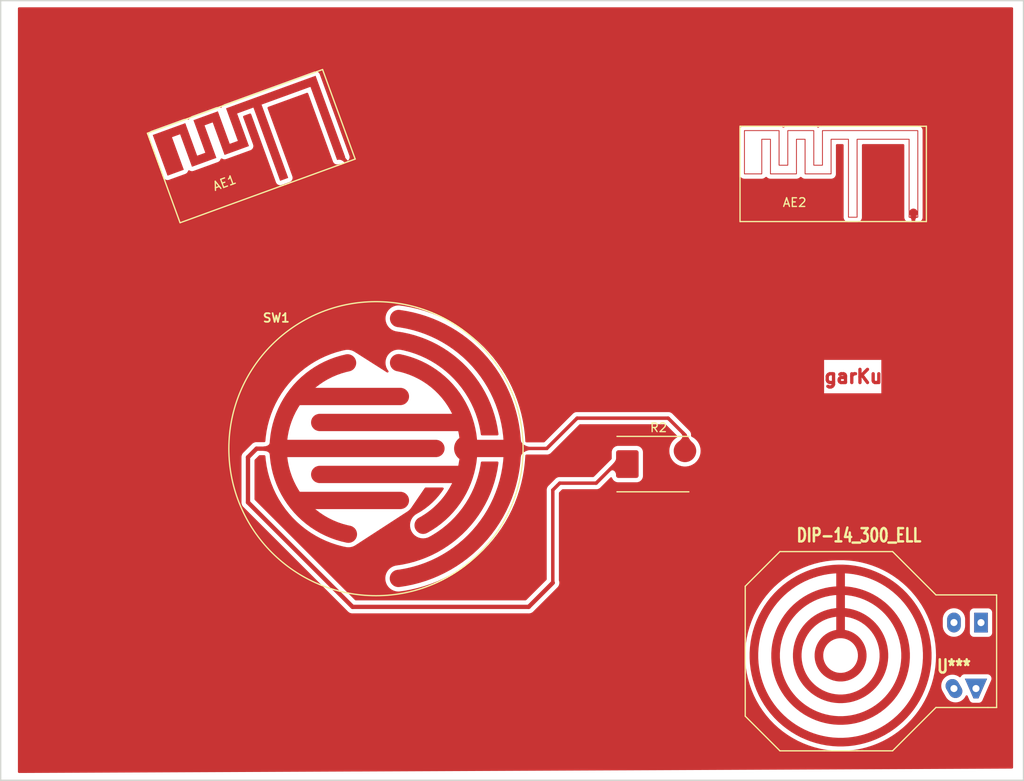
<source format=kicad_pcb>
(kicad_pcb (version 20241229) (generator "pcbnew") (generator_version "9.0")
  (title_block (comment 1 "Keep high-current traces short") (comment 2 "Confirm board outline fits enclosure") (comment 3 "Add fiducial markers for board orientation."))
  (layers (0 "F.Cu" signal) (2 "B.Cu" signal) (13 "F.Paste" user) (15 "B.Paste" user) (5 "F.SilkS" user "F.Silkscreen") (7 "B.SilkS" user "B.Silkscreen") (1 "F.Mask" user) (3 "B.Mask" user) (25 "Edge.Cuts" user))
  (net 0 "")
  (net 1 "/PAD2")
  (net 2 "/PAD1")
  (net 3 "GND")
  (footprint "custom_pads_test:DO-214AB" (layer "F.Cu") (at 136.9 101.5)
    (property "Reference" "R2" (at 0 -4.2 0) (layer "F.SilkS"))
    (property "Value" "R")
    (fp_line (start -4.8 -3.2) (end 3.5 -3.2) (stroke (width 0.15)) (layer "F.SilkS"))
    (fp_line (start 3.5 3.2) (end -4.8 3.2) (stroke (width 0.15)) (layer "F.SilkS"))
    (pad "1" smd roundrect (at -3.6 0) (size 2.6 3.2) (layers "F.Cu" "F.Mask" "F.Paste") (roundrect_rratio 0.1) (net 2 "/PAD1"))
    (pad "2" smd circle (at 3.048 -1.524) (size 2.6 2.6) (layers "F.Cu" "F.Mask" "F.Paste") (net 1 "/PAD2"))
  )
  (footprint "custom_pads_test:1pin" (layer "F.Cu") (at 166.3 72.5)
    (property "Reference" "AE2" (at -13.7 -1.2 0) (layer "F.SilkS"))
    (property "Value" "Antenna")
    (fp_line (start -20 -10) (end 1.5 -10) (stroke (width 0.15)) (layer "F.SilkS"))
    (fp_line (start -20 1) (end -20 -10) (stroke (width 0.15)) (layer "F.SilkS"))
    (fp_line (start 1.5 -10) (end 1.5 1) (stroke (width 0.15)) (layer "F.SilkS"))
    (fp_line (start 1.5 1) (end -20 1) (stroke (width 0.15)) (layer "F.SilkS"))
    (pad "1" smd custom (at 0 0) (size 1 1) (layers "F.Cu" "F.Mask" "F.Paste") (net 3 "GND") (options (clearance outline) (anchor circle)) (primitives (gr_line (start -0.4928 -8.5) (end -0.4928 0.5) (width 0.1)) (gr_line (start -6.4928 -8.5) (end -0.4928 -8.5) (width 0.1)) (gr_line (start -6.4928 0.5) (end -6.4928 -8.5) (width 0.1)) (gr_line (start -7.4928 0.5) (end -6.4928 0.5) (width 0.1)) (gr_line (start -7.4928 -8.5) (end -7.4928 0.5) (width 0.1)) (gr_line (start -9.4928 -8.5) (end -7.4928 -8.5) (width 0.1)) (gr_line (start -9.4928 -4.5) (end -9.4928 -8.5) (width 0.1)) (gr_line (start -12.4928 -4.5) (end -9.4928 -4.5) (width 0.1)) (gr_line (start -12.4928 -8.5) (end -12.4928 -4.5) (width 0.1)) (gr_line (start -13.4928 -8.5) (end -12.4928 -8.5) (width 0.1)) (gr_line (start -13.4928 -4.5) (end -13.4928 -8.5) (width 0.1)) (gr_line (start -16.4928 -4.5) (end -13.4928 -4.5) (width 0.1)) (gr_line (start -16.4928 -8.5) (end -16.4928 -4.5) (width 0.1)) (gr_line (start -17.4928 -8.5) (end -16.4928 -8.5) (width 0.1)) (gr_line (start -17.4928 -4.5) (end -17.4928 -8.5) (width 0.1)) (gr_line (start -19.4928 -4.5) (end -17.4928 -4.5) (width 0.1)) (gr_line (start -19.4928 -9.5) (end -19.4928 -4.5) (width 0.1)) (gr_line (start -15.4928 -9.5) (end -19.4928 -9.5) (width 0.1)) (gr_line (start -15.4928 -5.5) (end -15.4928 -9.5) (width 0.1)) (gr_line (start -14.4928 -5.5) (end -15.4928 -5.5) (width 0.1)) (gr_line (start -14.4928 -9.5) (end -14.4928 -5.5) (width 0.1)) (gr_line (start -11.4928 -9.5) (end -14.4928 -9.5) (width 0.1)) (gr_line (start -11.4928 -5.5) (end -11.4928 -9.5) (width 0.1)) (gr_line (start -10.4928 -5.5) (end -11.4928 -5.5) (width 0.1)) (gr_line (start -10.4928 -9.5) (end -10.4928 -5.5) (width 0.1)) (gr_line (start 0.5072 -9.5) (end -10.4928 -9.5) (width 0.1)) (gr_line (start 0.5072 0.5) (end 0.5072 -9.5) (width 0.1)) (gr_line (start -0.4928 0.5) (end 0.5072 0.5) (width 0.1))))
  )
  (footprint "custom_pads_test:1pin" (layer "F.Cu") (at 100.15 65.86 20)
    (property "Reference" "AE1" (at -13.619 -1.567 20) (layer "F.SilkS"))
    (property "Value" "Antenna")
    (fp_line (start -20 -10) (end 1.499999 -10) (stroke (width 0.15)) (layer "F.SilkS"))
    (fp_line (start -20 1) (end -20 -10) (stroke (width 0.15)) (layer "F.SilkS"))
    (fp_line (start 1.499999 -10) (end 1.5 1) (stroke (width 0.15)) (layer "F.SilkS"))
    (fp_line (start 1.5 1) (end -20 1) (stroke (width 0.15)) (layer "F.SilkS"))
    (pad "1" connect custom (at 0 0 20) (size 1 1) (layers "F.Cu" "F.Mask") (net 3 "GND") (options (clearance outline) (anchor circle)) (primitives (gr_poly (pts (xy -15.5 -5.6) (xy -14.5 -5.6) (xy -14.5 -9.6) (xy -11.5 -9.6) (xy -11.5 -5.6) (xy -10.5 -5.6) (xy -10.5 -9.6) (xy 0.5 -9.6) (xy 0.5 0.4) (xy -0.5 0.4) (xy -0.5 -8.6) (xy -6.5 -8.6) (xy -6.5 0.4) (xy -7.5 0.4) (xy -7.5 -8.6) (xy -9.5 -8.6) (xy -9.5 -4.6) (xy -12.5 -4.6) (xy -12.5 -8.6) (xy -13.5 -8.6) (xy -13.5 -4.6) (xy -16.5 -4.6) (xy -16.5 -8.6) (xy -17.5 -8.6) (xy -17.5 -4.6) (xy -19.5 -4.6) (xy -19.5 -9.6) (xy -15.5 -9.6)) (width 0) (fill yes))))
  )
  (footprint "custom_pads_test:DIP-14__300_ELL" (layer "F.Cu") (at 165.9 123.6 180)
    (property "Reference" "U***" (at -5.08 -1.27 180) (layer "F.SilkS") (effects (font (size 1.524 1.143) (thickness 0.3048))))
    (property "Value" "DIP-14_300_ELL" (at 5.88 13.872 180) (layer "F.SilkS") (effects (font (size 1.524 1.143) (thickness 0.3048))))
    (fp_line (start 19 8) (end 15 12) (stroke (width 0.15)) (layer "F.SilkS"))
    (fp_line (start 19 -7) (end 19 8) (stroke (width 0.15)) (layer "F.SilkS"))
    (fp_line (start 15 12) (end 2 12) (stroke (width 0.15)) (layer "F.SilkS"))
    (fp_line (start 15 -11) (end 19 -7) (stroke (width 0.15)) (layer "F.SilkS"))
    (fp_line (start 2 12) (end -3 7) (stroke (width 0.15)) (layer "F.SilkS"))
    (fp_line (start 2 -11) (end 15 -11) (stroke (width 0.15)) (layer "F.SilkS"))
    (fp_line (start -3 7) (end -10 7) (stroke (width 0.15)) (layer "F.SilkS"))
    (fp_line (start -3 -6) (end 2 -11) (stroke (width 0.15)) (layer "F.SilkS"))
    (fp_line (start -9 -6) (end -3 -6) (stroke (width 0.15)) (layer "F.SilkS"))
    (fp_line (start -10 7) (end -10 -6) (stroke (width 0.15)) (layer "F.SilkS"))
    (fp_line (start -10 -6) (end -9 -6) (stroke (width 0.15)) (layer "F.SilkS"))
    (pad "1" thru_hole rect (at -8.2 3.8 180) (size 1.5748 2.286) (drill 0.8128) (layers "*.Cu" "*.Mask"))
    (pad "2" thru_hole oval (at -5.08 3.81 180) (size 1.5748 2.286) (drill 0.8128) (layers "*.Cu" "*.Mask"))
    (pad "3" thru_hole trapezoid (at -7.62 -3.81 180) (size 1.5748 2.286) (rect_delta 0 1) (drill 0.8128) (layers "*.Cu" "*.Mask"))
    (pad "4" thru_hole oval (at -5.08 -3.81 210) (size 1.5748 2.286) (drill 0.8128) (layers "*.Cu" "*.Mask"))
    (pad "5" connect custom (at 8 10 180) (size 1 1) (layers "F.Cu" "F.Mask") (options (clearance convexhull) (anchor circle)) (primitives (gr_circle (center 0 -10) (end 2.5 -10) (width 1) (fill no)) (gr_circle (center 0 -10) (end 5 -10) (width 1) (fill no)) (gr_circle (center 0 -10) (end 7.5 -10) (width 1) (fill no)) (gr_circle (center 0 -10) (end 10 -10) (width 1) (fill no)) (gr_line (start 0 0) (end 0 -7.5) (width 1))))
  )
  (footprint "custom_pads_test:C2" (layer "F.Cu") (at 104.299 99.72)
    (property "Reference" "SW1" (at -11.5 -15.1 0) (layer "F.SilkS") (effects (font (thickness 0.2))))
    (property "Value" "R" (hide yes))
    (fp_circle (center 0 0) (end 12.065 -11.938) (stroke (width 0.15)) (fill no) (layer "F.SilkS"))
    (pad "1" connect custom (at -11.081 -0.025 90) (size 1.397 1.397) (layers "F.Cu" "F.Mask") (net 2 "/PAD1") (options (clearance convexhull) (anchor rect)) (primitives (gr_line (start 6 1.9) (end 6 13.9) (width 2)) (gr_line (start -6 1.9) (end -6 13.9) (width 2)) (gr_line (start 0 -0.1) (end 0 18) (width 2)) (gr_arc (start -9.9 7.9) (mid -0.049149 -0.19988) (end 9.880067 7.803745) (width 2))))
    (pad "2" connect custom (at 10.509 -0.025 270) (size 3 3) (layers "F.Cu" "F.Mask") (net 1 "/PAD2") (options (clearance outline) (anchor circle)) (primitives (gr_line (start 3 0.5) (end 3 17) (width 2)) (gr_line (start -3 0.5) (end -3 17) (width 2)) (gr_arc (start -9.9 7.9) (mid -1.506614 -0.086997) (end 8.869415 5.068492) (width 2)) (gr_arc (start -15 7.9) (mid 0.011791 -5.232741) (end 15.003099 7.923378) (width 2)) (gr_line (start 0 0) (end 0 -5) (width 2))))
  )
  (gr_line (start 179 48) (end 179 138) (stroke (width 0.15)) (layer "Edge.Cuts"))
  (gr_line (start 179 138) (end 61 138) (stroke (width 0.15)) (layer "Edge.Cuts"))
  (gr_line (start 61 48) (end 179 48) (stroke (width 0.15)) (layer "Edge.Cuts"))
  (gr_line (start 61 138) (end 61 48) (stroke (width 0.15)) (layer "Edge.Cuts"))
  (gr_text "SugarKube" (at 159.3 91.4 0) (layer "F.Cu") (effects (font (size 1.524 1.524) (thickness 0.381))))
  (segment (start 139.948 98.137523) (end 138.010477 96.2) (width 0.4) (layer "F.Cu") (net 1))
  (segment (start 114.808 99.695) (end 124.005 99.695) (width 0.4) (layer "F.Cu") (net 1))
  (segment (start 138.010477 96.2) (end 127.5 96.2) (width 0.4) (layer "F.Cu") (net 1))
  (segment (start 139.948 99.976) (end 139.948 98.137523) (width 0.4) (layer "F.Cu") (net 1))
  (segment (start 124.005 99.695) (end 127.5 96.2) (width 0.4) (layer "F.Cu") (net 1))
  (segment (start 101.6 117.983) (end 89.535 105.918) (width 0.5) (layer "F.Cu") (net 2))
  (segment (start 129.7 103.7) (end 125.5 103.7) (width 0.4) (layer "F.Cu") (net 2))
  (segment (start 125.5 103.7) (end 124.7 104.5) (width 0.4) (layer "F.Cu") (net 2))
  (segment (start 90.526 99.72) (end 93.799 99.72) (width 0.5) (layer "F.Cu") (net 2))
  (segment (start 121.917 117.983) (end 101.6 117.983) (width 0.5) (layer "F.Cu") (net 2))
  (segment (start 89.535 105.918) (end 89.535 100.711) (width 0.5) (layer "F.Cu") (net 2))
  (segment (start 131.9 101.5) (end 129.7 103.7) (width 0.4) (layer "F.Cu") (net 2))
  (segment (start 89.535 100.711) (end 90.526 99.72) (width 0.5) (layer "F.Cu") (net 2))
  (segment (start 133.3 101.5) (end 131.9 101.5) (width 0.4) (layer "F.Cu") (net 2))
  (segment (start 124.7 104.5) (end 124.7 115.2) (width 0.4) (layer "F.Cu") (net 2))
  (segment (start 124.7 115.2) (end 121.917 117.983) (width 0.5) (layer "F.Cu") (net 2))
  (segment (start 166.3 72.5) (end 166.3 75.5) (width 0.4) (layer "F.Cu") (net 3))
  (segment (start 100.15 65.86) (end 102.5 68.21) (width 0.4) (layer "F.Cu") (net 3))
  (segment (start 102.5 68.21) (end 102.5 69.2) (width 0.4) (layer "F.Cu") (net 3))
  (zone (net 3) (net_name "GND") (layer "F.Cu") (connect_pads (clearance 0.5)) (min_thickness 0.254) (fill yes (thermal_gap 0.508) (thermal_bridge_width 0.508))
    (polygon (pts (xy 62.992 48.768) (xy 177.8 48.768) (xy 177.8 136.652) (xy 62.992 137.16)))
  )
)
</source>
